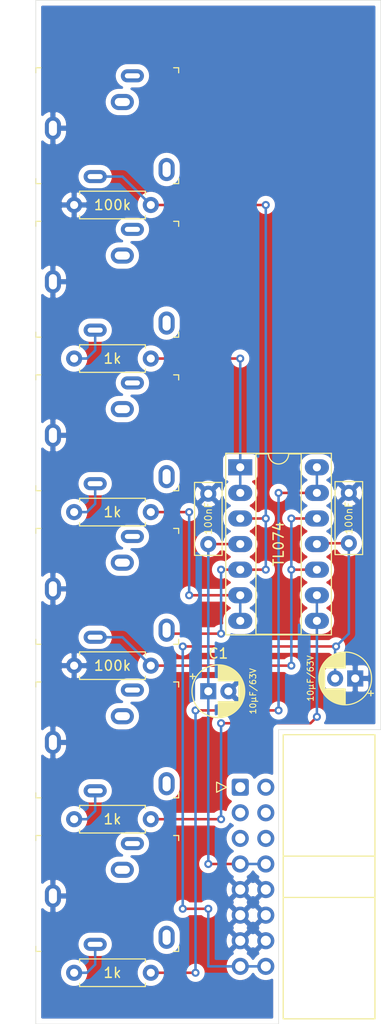
<source format=kicad_pcb>
(kicad_pcb (version 20171130) (host pcbnew "(5.1.9)-1")
  (layers (0 F.Cu signal) (31 B.Cu signal) (34 B.Paste user) (35 F.Paste user) (36 B.SilkS user) (37 F.SilkS user) (38 B.Mask user) (39 F.Mask user) (44 Edge.Cuts user))
  (net 0 "")
  (net 1 GND)
  (net 2 +12V)
  (net 3 -12V)
  (net 4 "Net-(J1-PadT)")
  (net 5 "Net-(J3-PadT)")
  (net 6 "Net-(J4-PadT)")
  (net 7 "Net-(J5-PadT)")
  (net 8 "Net-(J6-PadT)")
  (net 9 "Net-(R2-Pad2)")
  (net 10 "Net-(R3-Pad2)")
  (net 11 "Net-(R4-Pad2)")
  (net 12 "Net-(R5-Pad2)")
  (net 13 "Net-(J7-PadT)")
  (module Connector_Audio_PJSeries:PJ-324M-3 (layer F.Cu) (at 0 58.42)
    (fp_text reference J7)
    (fp_text value "In 2")
    (fp_line (start 0 5.5) (end 0.5 5.5) (layer F.SilkS) (width 0.12))
    (fp_line (start 0 5.5) (end 0 5) (layer F.SilkS) (width 0.12))
    (fp_line (start 14.2 5.5) (end 13.7 5.5) (layer F.SilkS) (width 0.12))
    (fp_line (start 14.2 5.5) (end 14.2 5) (layer F.SilkS) (width 0.12))
    (fp_line (start 14.2 -6) (end 13.7 -6) (layer F.SilkS) (width 0.12))
    (fp_line (start 14.2 -6) (end 14.2 -5.5) (layer F.SilkS) (width 0.12))
    (fp_line (start 0 -6) (end 0.5 -6) (layer F.SilkS) (width 0.12))
    (fp_line (start 0 -6) (end 0 -5.5) (layer F.SilkS) (width 0.12))
    (pad T thru_hole oval (at 5.9 4.8 90) (size 1.3 2.3) (drill oval 0.5 1.5) (layers *.Cu *.Mask) (net 13 "Net-(J7-PadT)"))
    (pad "" thru_hole oval (at 9.6 -5.2 90) (size 1.3 2.3) (drill oval 0.5 1.5) (layers *.Cu *.Mask))
    (pad "" thru_hole oval (at 8.6 -2.6 90) (size 1.6 2.3) (drill oval 0.8 1.5) (layers *.Cu *.Mask))
    (pad TN thru_hole oval (at 13 4.1) (size 1.6 2.3) (drill oval 0.8 1.5) (layers *.Cu *.Mask) (net 4 "Net-(J1-PadT)"))
    (pad S thru_hole oval (at 1.7 0) (size 1.6 2.3) (drill oval 0.8 1.5) (layers *.Cu *.Mask) (net 1 GND))
  )
  (module Connector_Audio_PJSeries:PJ-324M-3 (layer F.Cu) (at 0 88.9)
    (fp_text reference J6)
    (fp_text value "Out 4")
    (fp_line (start 0 5.5) (end 0.5 5.5) (layer F.SilkS) (width 0.12))
    (fp_line (start 0 5.5) (end 0 5) (layer F.SilkS) (width 0.12))
    (fp_line (start 14.2 5.5) (end 13.7 5.5) (layer F.SilkS) (width 0.12))
    (fp_line (start 14.2 5.5) (end 14.2 5) (layer F.SilkS) (width 0.12))
    (fp_line (start 14.2 -6) (end 13.7 -6) (layer F.SilkS) (width 0.12))
    (fp_line (start 14.2 -6) (end 14.2 -5.5) (layer F.SilkS) (width 0.12))
    (fp_line (start 0 -6) (end 0.5 -6) (layer F.SilkS) (width 0.12))
    (fp_line (start 0 -6) (end 0 -5.5) (layer F.SilkS) (width 0.12))
    (pad T thru_hole oval (at 5.9 4.8 90) (size 1.3 2.3) (drill oval 0.5 1.5) (layers *.Cu *.Mask) (net 8 "Net-(J6-PadT)"))
    (pad "" thru_hole oval (at 9.6 -5.2 90) (size 1.3 2.3) (drill oval 0.5 1.5) (layers *.Cu *.Mask))
    (pad "" thru_hole oval (at 8.6 -2.6 90) (size 1.6 2.3) (drill oval 0.8 1.5) (layers *.Cu *.Mask))
    (pad TN thru_hole oval (at 13 4.1) (size 1.6 2.3) (drill oval 0.8 1.5) (layers *.Cu *.Mask))
    (pad S thru_hole oval (at 1.7 0) (size 1.6 2.3) (drill oval 0.8 1.5) (layers *.Cu *.Mask) (net 1 GND))
  )
  (module Connector_Audio_PJSeries:PJ-324M-3 (layer F.Cu) (at 0 73.66)
    (fp_text reference J5)
    (fp_text value "Out 3")
    (fp_line (start 0 5.5) (end 0.5 5.5) (layer F.SilkS) (width 0.12))
    (fp_line (start 0 5.5) (end 0 5) (layer F.SilkS) (width 0.12))
    (fp_line (start 14.2 5.5) (end 13.7 5.5) (layer F.SilkS) (width 0.12))
    (fp_line (start 14.2 5.5) (end 14.2 5) (layer F.SilkS) (width 0.12))
    (fp_line (start 14.2 -6) (end 13.7 -6) (layer F.SilkS) (width 0.12))
    (fp_line (start 14.2 -6) (end 14.2 -5.5) (layer F.SilkS) (width 0.12))
    (fp_line (start 0 -6) (end 0.5 -6) (layer F.SilkS) (width 0.12))
    (fp_line (start 0 -6) (end 0 -5.5) (layer F.SilkS) (width 0.12))
    (pad T thru_hole oval (at 5.9 4.8 90) (size 1.3 2.3) (drill oval 0.5 1.5) (layers *.Cu *.Mask) (net 7 "Net-(J5-PadT)"))
    (pad "" thru_hole oval (at 9.6 -5.2 90) (size 1.3 2.3) (drill oval 0.5 1.5) (layers *.Cu *.Mask))
    (pad "" thru_hole oval (at 8.6 -2.6 90) (size 1.6 2.3) (drill oval 0.8 1.5) (layers *.Cu *.Mask))
    (pad TN thru_hole oval (at 13 4.1) (size 1.6 2.3) (drill oval 0.8 1.5) (layers *.Cu *.Mask))
    (pad S thru_hole oval (at 1.7 0) (size 1.6 2.3) (drill oval 0.8 1.5) (layers *.Cu *.Mask) (net 1 GND))
  )
  (module Connector_Audio_PJSeries:PJ-324M-3 (layer F.Cu) (at 0 43.18)
    (fp_text reference J4)
    (fp_text value "Out 2")
    (fp_line (start 0 5.5) (end 0.5 5.5) (layer F.SilkS) (width 0.12))
    (fp_line (start 0 5.5) (end 0 5) (layer F.SilkS) (width 0.12))
    (fp_line (start 14.2 5.5) (end 13.7 5.5) (layer F.SilkS) (width 0.12))
    (fp_line (start 14.2 5.5) (end 14.2 5) (layer F.SilkS) (width 0.12))
    (fp_line (start 14.2 -6) (end 13.7 -6) (layer F.SilkS) (width 0.12))
    (fp_line (start 14.2 -6) (end 14.2 -5.5) (layer F.SilkS) (width 0.12))
    (fp_line (start 0 -6) (end 0.5 -6) (layer F.SilkS) (width 0.12))
    (fp_line (start 0 -6) (end 0 -5.5) (layer F.SilkS) (width 0.12))
    (pad T thru_hole oval (at 5.9 4.8 90) (size 1.3 2.3) (drill oval 0.5 1.5) (layers *.Cu *.Mask) (net 6 "Net-(J4-PadT)"))
    (pad "" thru_hole oval (at 9.6 -5.2 90) (size 1.3 2.3) (drill oval 0.5 1.5) (layers *.Cu *.Mask))
    (pad "" thru_hole oval (at 8.6 -2.6 90) (size 1.6 2.3) (drill oval 0.8 1.5) (layers *.Cu *.Mask))
    (pad TN thru_hole oval (at 13 4.1) (size 1.6 2.3) (drill oval 0.8 1.5) (layers *.Cu *.Mask))
    (pad S thru_hole oval (at 1.7 0) (size 1.6 2.3) (drill oval 0.8 1.5) (layers *.Cu *.Mask) (net 1 GND))
  )
  (module Connector_Audio_PJSeries:PJ-324M-3 (layer F.Cu) (at 0 27.94)
    (fp_text reference J3)
    (fp_text value "Out 1")
    (fp_line (start 0 5.5) (end 0.5 5.5) (layer F.SilkS) (width 0.12))
    (fp_line (start 0 5.5) (end 0 5) (layer F.SilkS) (width 0.12))
    (fp_line (start 14.2 5.5) (end 13.7 5.5) (layer F.SilkS) (width 0.12))
    (fp_line (start 14.2 5.5) (end 14.2 5) (layer F.SilkS) (width 0.12))
    (fp_line (start 14.2 -6) (end 13.7 -6) (layer F.SilkS) (width 0.12))
    (fp_line (start 14.2 -6) (end 14.2 -5.5) (layer F.SilkS) (width 0.12))
    (fp_line (start 0 -6) (end 0.5 -6) (layer F.SilkS) (width 0.12))
    (fp_line (start 0 -6) (end 0 -5.5) (layer F.SilkS) (width 0.12))
    (pad T thru_hole oval (at 5.9 4.8 90) (size 1.3 2.3) (drill oval 0.5 1.5) (layers *.Cu *.Mask) (net 5 "Net-(J3-PadT)"))
    (pad "" thru_hole oval (at 9.6 -5.2 90) (size 1.3 2.3) (drill oval 0.5 1.5) (layers *.Cu *.Mask))
    (pad "" thru_hole oval (at 8.6 -2.6 90) (size 1.6 2.3) (drill oval 0.8 1.5) (layers *.Cu *.Mask))
    (pad TN thru_hole oval (at 13 4.1) (size 1.6 2.3) (drill oval 0.8 1.5) (layers *.Cu *.Mask))
    (pad S thru_hole oval (at 1.7 0) (size 1.6 2.3) (drill oval 0.8 1.5) (layers *.Cu *.Mask) (net 1 GND))
  )
  (module Connector_Audio_PJSeries:PJ-324M-3 (layer F.Cu) (at 0 12.7)
    (fp_text reference J1)
    (fp_text value "In 1")
    (fp_line (start 0 5.5) (end 0.5 5.5) (layer F.SilkS) (width 0.12))
    (fp_line (start 0 5.5) (end 0 5) (layer F.SilkS) (width 0.12))
    (fp_line (start 14.2 5.5) (end 13.7 5.5) (layer F.SilkS) (width 0.12))
    (fp_line (start 14.2 5.5) (end 14.2 5) (layer F.SilkS) (width 0.12))
    (fp_line (start 14.2 -6) (end 13.7 -6) (layer F.SilkS) (width 0.12))
    (fp_line (start 14.2 -6) (end 14.2 -5.5) (layer F.SilkS) (width 0.12))
    (fp_line (start 0 -6) (end 0.5 -6) (layer F.SilkS) (width 0.12))
    (fp_line (start 0 -6) (end 0 -5.5) (layer F.SilkS) (width 0.12))
    (pad T thru_hole oval (at 5.9 4.8 90) (size 1.3 2.3) (drill oval 0.5 1.5) (layers *.Cu *.Mask) (net 4 "Net-(J1-PadT)"))
    (pad "" thru_hole oval (at 9.6 -5.2 90) (size 1.3 2.3) (drill oval 0.5 1.5) (layers *.Cu *.Mask))
    (pad "" thru_hole oval (at 8.6 -2.6 90) (size 1.6 2.3) (drill oval 0.8 1.5) (layers *.Cu *.Mask))
    (pad TN thru_hole oval (at 13 4.1) (size 1.6 2.3) (drill oval 0.8 1.5) (layers *.Cu *.Mask))
    (pad S thru_hole oval (at 1.7 0) (size 1.6 2.3) (drill oval 0.8 1.5) (layers *.Cu *.Mask) (net 1 GND))
  )
  (module Resistor_THT:R_Axial_DIN0207_L6.3mm_D2.5mm_P7.62mm_Horizontal (layer F.Cu) (at 11.43 66.04 180)
    (fp_text reference R6)
    (fp_text value 100k (at 3.81 0) (layer F.SilkS))
    (fp_line (start 0.54 -1.04) (end 0.54 -1.37) (layer F.SilkS) (width 0.12))
    (fp_line (start 0.54 -1.37) (end 7.08 -1.37) (layer F.SilkS) (width 0.12))
    (fp_line (start 7.08 -1.37) (end 7.08 -1.04) (layer F.SilkS) (width 0.12))
    (fp_line (start 0.54 1.04) (end 0.54 1.37) (layer F.SilkS) (width 0.12))
    (fp_line (start 0.54 1.37) (end 7.08 1.37) (layer F.SilkS) (width 0.12))
    (fp_line (start 7.08 1.37) (end 7.08 1.04) (layer F.SilkS) (width 0.12))
    (pad 2 thru_hole oval (at 7.62 0 180) (size 1.6 1.6) (drill 0.8) (layers *.Cu *.Mask) (net 1 GND))
    (pad 1 thru_hole circle (at 0 0 180) (size 1.6 1.6) (drill 0.8) (layers *.Cu *.Mask) (net 13 "Net-(J7-PadT)"))
  )
  (module Resistor_THT:R_Axial_DIN0207_L6.3mm_D2.5mm_P7.62mm_Horizontal (layer F.Cu) (at 3.81 35.56)
    (fp_text reference R2)
    (fp_text value 1k (at 3.81 0) (layer F.SilkS))
    (fp_line (start 7.08 1.37) (end 7.08 1.04) (layer F.SilkS) (width 0.12))
    (fp_line (start 0.54 1.37) (end 7.08 1.37) (layer F.SilkS) (width 0.12))
    (fp_line (start 0.54 1.04) (end 0.54 1.37) (layer F.SilkS) (width 0.12))
    (fp_line (start 7.08 -1.37) (end 7.08 -1.04) (layer F.SilkS) (width 0.12))
    (fp_line (start 0.54 -1.37) (end 7.08 -1.37) (layer F.SilkS) (width 0.12))
    (fp_line (start 0.54 -1.04) (end 0.54 -1.37) (layer F.SilkS) (width 0.12))
    (pad 2 thru_hole oval (at 7.62 0) (size 1.6 1.6) (drill 0.8) (layers *.Cu *.Mask) (net 9 "Net-(R2-Pad2)"))
    (pad 1 thru_hole circle (at 0 0) (size 1.6 1.6) (drill 0.8) (layers *.Cu *.Mask) (net 5 "Net-(J3-PadT)"))
  )
  (module Package_DIP:DIP-14_W7.62mm_Socket_LongPads (layer F.Cu) (at 20.32 46.355)
    (fp_text reference U1)
    (fp_text value TL074 (at 3.81 7.62 90) (layer F.SilkS))
    (fp_line (start 9.06 -1.39) (end -1.44 -1.39) (layer F.SilkS) (width 0.12))
    (fp_line (start 9.06 16.63) (end 9.06 -1.39) (layer F.SilkS) (width 0.12))
    (fp_line (start -1.44 16.63) (end 9.06 16.63) (layer F.SilkS) (width 0.12))
    (fp_line (start -1.44 -1.39) (end -1.44 16.63) (layer F.SilkS) (width 0.12))
    (fp_line (start 6.06 -1.33) (end 4.81 -1.33) (layer F.SilkS) (width 0.12))
    (fp_line (start 6.06 16.57) (end 6.06 -1.33) (layer F.SilkS) (width 0.12))
    (fp_line (start 1.56 16.57) (end 6.06 16.57) (layer F.SilkS) (width 0.12))
    (fp_line (start 1.56 -1.33) (end 1.56 16.57) (layer F.SilkS) (width 0.12))
    (fp_line (start 2.81 -1.33) (end 1.56 -1.33) (layer F.SilkS) (width 0.12))
    (fp_arc (start 3.81 -1.33) (end 2.81 -1.33) (angle -180) (layer F.SilkS) (width 0.12))
    (pad 14 thru_hole oval (at 7.62 0) (size 2.4 1.6) (drill 0.8) (layers *.Cu *.Mask) (net 12 "Net-(R5-Pad2)"))
    (pad 7 thru_hole oval (at 0 15.24) (size 2.4 1.6) (drill 0.8) (layers *.Cu *.Mask) (net 10 "Net-(R3-Pad2)"))
    (pad 13 thru_hole oval (at 7.62 2.54) (size 2.4 1.6) (drill 0.8) (layers *.Cu *.Mask) (net 12 "Net-(R5-Pad2)"))
    (pad 6 thru_hole oval (at 0 12.7) (size 2.4 1.6) (drill 0.8) (layers *.Cu *.Mask) (net 10 "Net-(R3-Pad2)"))
    (pad 12 thru_hole oval (at 7.62 5.08) (size 2.4 1.6) (drill 0.8) (layers *.Cu *.Mask) (net 13 "Net-(J7-PadT)"))
    (pad 5 thru_hole oval (at 0 10.16) (size 2.4 1.6) (drill 0.8) (layers *.Cu *.Mask) (net 4 "Net-(J1-PadT)"))
    (pad 11 thru_hole oval (at 7.62 7.62) (size 2.4 1.6) (drill 0.8) (layers *.Cu *.Mask) (net 3 -12V))
    (pad 4 thru_hole oval (at 0 7.62) (size 2.4 1.6) (drill 0.8) (layers *.Cu *.Mask) (net 2 +12V))
    (pad 10 thru_hole oval (at 7.62 10.16) (size 2.4 1.6) (drill 0.8) (layers *.Cu *.Mask) (net 13 "Net-(J7-PadT)"))
    (pad 3 thru_hole oval (at 0 5.08) (size 2.4 1.6) (drill 0.8) (layers *.Cu *.Mask) (net 4 "Net-(J1-PadT)"))
    (pad 9 thru_hole oval (at 7.62 12.7) (size 2.4 1.6) (drill 0.8) (layers *.Cu *.Mask) (net 11 "Net-(R4-Pad2)"))
    (pad 2 thru_hole oval (at 0 2.54) (size 2.4 1.6) (drill 0.8) (layers *.Cu *.Mask) (net 9 "Net-(R2-Pad2)"))
    (pad 8 thru_hole oval (at 7.62 15.24) (size 2.4 1.6) (drill 0.8) (layers *.Cu *.Mask) (net 11 "Net-(R4-Pad2)"))
    (pad 1 thru_hole rect (at 0 0) (size 2.4 1.6) (drill 0.8) (layers *.Cu *.Mask) (net 9 "Net-(R2-Pad2)"))
  )
  (module Resistor_THT:R_Axial_DIN0207_L6.3mm_D2.5mm_P7.62mm_Horizontal (layer F.Cu) (at 3.81 96.52)
    (fp_text reference R5)
    (fp_text value 1k (at 3.81 0) (layer F.SilkS))
    (fp_line (start 7.08 1.37) (end 7.08 1.04) (layer F.SilkS) (width 0.12))
    (fp_line (start 0.54 1.37) (end 7.08 1.37) (layer F.SilkS) (width 0.12))
    (fp_line (start 0.54 1.04) (end 0.54 1.37) (layer F.SilkS) (width 0.12))
    (fp_line (start 7.08 -1.37) (end 7.08 -1.04) (layer F.SilkS) (width 0.12))
    (fp_line (start 0.54 -1.37) (end 7.08 -1.37) (layer F.SilkS) (width 0.12))
    (fp_line (start 0.54 -1.04) (end 0.54 -1.37) (layer F.SilkS) (width 0.12))
    (pad 2 thru_hole oval (at 7.62 0) (size 1.6 1.6) (drill 0.8) (layers *.Cu *.Mask) (net 12 "Net-(R5-Pad2)"))
    (pad 1 thru_hole circle (at 0 0) (size 1.6 1.6) (drill 0.8) (layers *.Cu *.Mask) (net 8 "Net-(J6-PadT)"))
  )
  (module Resistor_THT:R_Axial_DIN0207_L6.3mm_D2.5mm_P7.62mm_Horizontal (layer F.Cu) (at 3.81 81.28)
    (fp_text reference R4)
    (fp_text value 1k (at 3.81 0) (layer F.SilkS))
    (fp_line (start 7.08 1.37) (end 7.08 1.04) (layer F.SilkS) (width 0.12))
    (fp_line (start 0.54 1.37) (end 7.08 1.37) (layer F.SilkS) (width 0.12))
    (fp_line (start 0.54 1.04) (end 0.54 1.37) (layer F.SilkS) (width 0.12))
    (fp_line (start 7.08 -1.37) (end 7.08 -1.04) (layer F.SilkS) (width 0.12))
    (fp_line (start 0.54 -1.37) (end 7.08 -1.37) (layer F.SilkS) (width 0.12))
    (fp_line (start 0.54 -1.04) (end 0.54 -1.37) (layer F.SilkS) (width 0.12))
    (pad 2 thru_hole oval (at 7.62 0) (size 1.6 1.6) (drill 0.8) (layers *.Cu *.Mask) (net 11 "Net-(R4-Pad2)"))
    (pad 1 thru_hole circle (at 0 0) (size 1.6 1.6) (drill 0.8) (layers *.Cu *.Mask) (net 7 "Net-(J5-PadT)"))
  )
  (module Resistor_THT:R_Axial_DIN0207_L6.3mm_D2.5mm_P7.62mm_Horizontal (layer F.Cu) (at 3.81 50.8)
    (fp_text reference R3)
    (fp_text value 1k (at 3.81 0) (layer F.SilkS))
    (fp_line (start 7.08 1.37) (end 7.08 1.04) (layer F.SilkS) (width 0.12))
    (fp_line (start 0.54 1.37) (end 7.08 1.37) (layer F.SilkS) (width 0.12))
    (fp_line (start 0.54 1.04) (end 0.54 1.37) (layer F.SilkS) (width 0.12))
    (fp_line (start 7.08 -1.37) (end 7.08 -1.04) (layer F.SilkS) (width 0.12))
    (fp_line (start 0.54 -1.37) (end 7.08 -1.37) (layer F.SilkS) (width 0.12))
    (fp_line (start 0.54 -1.04) (end 0.54 -1.37) (layer F.SilkS) (width 0.12))
    (pad 2 thru_hole oval (at 7.62 0) (size 1.6 1.6) (drill 0.8) (layers *.Cu *.Mask) (net 10 "Net-(R3-Pad2)"))
    (pad 1 thru_hole circle (at 0 0) (size 1.6 1.6) (drill 0.8) (layers *.Cu *.Mask) (net 6 "Net-(J4-PadT)"))
  )
  (module Resistor_THT:R_Axial_DIN0207_L6.3mm_D2.5mm_P7.62mm_Horizontal (layer F.Cu) (at 11.43 20.32 180)
    (fp_text reference R1)
    (fp_text value 100k (at 3.81 0) (layer F.SilkS))
    (fp_line (start 7.08 1.37) (end 7.08 1.04) (layer F.SilkS) (width 0.12))
    (fp_line (start 0.54 1.37) (end 7.08 1.37) (layer F.SilkS) (width 0.12))
    (fp_line (start 0.54 1.04) (end 0.54 1.37) (layer F.SilkS) (width 0.12))
    (fp_line (start 7.08 -1.37) (end 7.08 -1.04) (layer F.SilkS) (width 0.12))
    (fp_line (start 0.54 -1.37) (end 7.08 -1.37) (layer F.SilkS) (width 0.12))
    (fp_line (start 0.54 -1.04) (end 0.54 -1.37) (layer F.SilkS) (width 0.12))
    (pad 2 thru_hole oval (at 7.62 0 180) (size 1.6 1.6) (drill 0.8) (layers *.Cu *.Mask) (net 1 GND))
    (pad 1 thru_hole circle (at 0 0 180) (size 1.6 1.6) (drill 0.8) (layers *.Cu *.Mask) (net 4 "Net-(J1-PadT)"))
  )
  (module Connector_IDC:IDC-Header_2x08_P2.54mm_Horizontal (layer F.Cu) (at 20.32 78.105)
    (fp_text reference J2)
    (fp_text value Power)
    (fp_line (start -2.35 0.5) (end -1.35 0) (layer F.SilkS) (width 0.12))
    (fp_line (start -2.35 -0.5) (end -2.35 0.5) (layer F.SilkS) (width 0.12))
    (fp_line (start -1.35 0) (end -2.35 -0.5) (layer F.SilkS) (width 0.12))
    (fp_line (start 4.27 22.99) (end 4.27 -5.21) (layer F.SilkS) (width 0.12))
    (fp_line (start 13.39 22.99) (end 4.27 22.99) (layer F.SilkS) (width 0.12))
    (fp_line (start 13.39 -5.21) (end 13.39 22.99) (layer F.SilkS) (width 0.12))
    (fp_line (start 4.27 -5.21) (end 13.39 -5.21) (layer F.SilkS) (width 0.12))
    (fp_line (start 4.27 10.94) (end 13.39 10.94) (layer F.SilkS) (width 0.12))
    (fp_line (start 4.27 6.84) (end 13.39 6.84) (layer F.SilkS) (width 0.12))
    (pad 16 thru_hole circle (at 2.54 17.78) (size 1.7 1.7) (drill 1) (layers *.Cu *.Mask) (net 3 -12V))
    (pad 14 thru_hole circle (at 2.54 15.24) (size 1.7 1.7) (drill 1) (layers *.Cu *.Mask) (net 1 GND))
    (pad 12 thru_hole circle (at 2.54 12.7) (size 1.7 1.7) (drill 1) (layers *.Cu *.Mask) (net 1 GND))
    (pad 10 thru_hole circle (at 2.54 10.16) (size 1.7 1.7) (drill 1) (layers *.Cu *.Mask) (net 1 GND))
    (pad 8 thru_hole circle (at 2.54 7.62) (size 1.7 1.7) (drill 1) (layers *.Cu *.Mask) (net 2 +12V))
    (pad 6 thru_hole circle (at 2.54 5.08) (size 1.7 1.7) (drill 1) (layers *.Cu *.Mask))
    (pad 4 thru_hole circle (at 2.54 2.54) (size 1.7 1.7) (drill 1) (layers *.Cu *.Mask))
    (pad 2 thru_hole circle (at 2.54 0) (size 1.7 1.7) (drill 1) (layers *.Cu *.Mask))
    (pad 15 thru_hole circle (at 0 17.78) (size 1.7 1.7) (drill 1) (layers *.Cu *.Mask) (net 3 -12V))
    (pad 13 thru_hole circle (at 0 15.24) (size 1.7 1.7) (drill 1) (layers *.Cu *.Mask) (net 1 GND))
    (pad 11 thru_hole circle (at 0 12.7) (size 1.7 1.7) (drill 1) (layers *.Cu *.Mask) (net 1 GND))
    (pad 9 thru_hole circle (at 0 10.16) (size 1.7 1.7) (drill 1) (layers *.Cu *.Mask) (net 1 GND))
    (pad 7 thru_hole circle (at 0 7.62) (size 1.7 1.7) (drill 1) (layers *.Cu *.Mask) (net 2 +12V))
    (pad 5 thru_hole circle (at 0 5.08) (size 1.7 1.7) (drill 1) (layers *.Cu *.Mask))
    (pad 3 thru_hole circle (at 0 2.54) (size 1.7 1.7) (drill 1) (layers *.Cu *.Mask))
    (pad 1 thru_hole roundrect (at 0 0) (size 1.7 1.7) (drill 1) (layers *.Cu *.Mask) (roundrect_rratio 0.1470588235294118))
  )
  (module Capacitor_THT:C_Rect_L7.0mm_W2.5mm_P5.00mm (layer F.Cu) (at 31.115 48.895 270)
    (fp_text reference C4)
    (fp_text value 100nF (at 2.5 0 90) (layer F.SilkS) (effects (font (size 0.7 0.7) (thickness 0.1))))
    (fp_line (start 6.12 -1.37) (end 6.12 1.37) (layer F.SilkS) (width 0.12))
    (fp_line (start -1.12 -1.37) (end -1.12 1.37) (layer F.SilkS) (width 0.12))
    (fp_line (start -1.12 1.37) (end 6.12 1.37) (layer F.SilkS) (width 0.12))
    (fp_line (start -1.12 -1.37) (end 6.12 -1.37) (layer F.SilkS) (width 0.12))
    (pad 2 thru_hole circle (at 5 0 270) (size 1.6 1.6) (drill 0.8) (layers *.Cu *.Mask) (net 3 -12V))
    (pad 1 thru_hole circle (at 0 0 270) (size 1.6 1.6) (drill 0.8) (layers *.Cu *.Mask) (net 1 GND))
  )
  (module Capacitor_THT:C_Rect_L7.0mm_W2.5mm_P5.00mm (layer F.Cu) (at 17.145 53.975 90)
    (fp_text reference C3)
    (fp_text value 100nF (at 2.54 0 90) (layer F.SilkS) (effects (font (size 0.7 0.7) (thickness 0.1))))
    (fp_line (start 6.12 -1.37) (end 6.12 1.37) (layer F.SilkS) (width 0.12))
    (fp_line (start -1.12 -1.37) (end -1.12 1.37) (layer F.SilkS) (width 0.12))
    (fp_line (start -1.12 1.37) (end 6.12 1.37) (layer F.SilkS) (width 0.12))
    (fp_line (start -1.12 -1.37) (end 6.12 -1.37) (layer F.SilkS) (width 0.12))
    (pad 2 thru_hole circle (at 5 0 90) (size 1.6 1.6) (drill 0.8) (layers *.Cu *.Mask) (net 1 GND))
    (pad 1 thru_hole circle (at 0 0 90) (size 1.6 1.6) (drill 0.8) (layers *.Cu *.Mask) (net 2 +12V))
  )
  (module Capacitor_THT:CP_Radial_D5.0mm_P2.00mm (layer F.Cu) (at 31.75 67.31 180)
    (fp_text reference C2)
    (fp_text value 10µF/63V (at 4.445 0 90) (layer F.SilkS) (effects (font (size 0.6 0.6) (thickness 0.1))))
    (fp_line (start -1.554775 -1.725) (end -1.554775 -1.225) (layer F.SilkS) (width 0.12))
    (fp_line (start -1.804775 -1.475) (end -1.304775 -1.475) (layer F.SilkS) (width 0.12))
    (fp_line (start 3.601 -0.284) (end 3.601 0.284) (layer F.SilkS) (width 0.12))
    (fp_line (start 3.561 -0.518) (end 3.561 0.518) (layer F.SilkS) (width 0.12))
    (fp_line (start 3.521 -0.677) (end 3.521 0.677) (layer F.SilkS) (width 0.12))
    (fp_line (start 3.481 -0.805) (end 3.481 0.805) (layer F.SilkS) (width 0.12))
    (fp_line (start 3.441 -0.915) (end 3.441 0.915) (layer F.SilkS) (width 0.12))
    (fp_line (start 3.401 -1.011) (end 3.401 1.011) (layer F.SilkS) (width 0.12))
    (fp_line (start 3.361 -1.098) (end 3.361 1.098) (layer F.SilkS) (width 0.12))
    (fp_line (start 3.321 -1.178) (end 3.321 1.178) (layer F.SilkS) (width 0.12))
    (fp_line (start 3.281 -1.251) (end 3.281 1.251) (layer F.SilkS) (width 0.12))
    (fp_line (start 3.241 -1.319) (end 3.241 1.319) (layer F.SilkS) (width 0.12))
    (fp_line (start 3.201 -1.383) (end 3.201 1.383) (layer F.SilkS) (width 0.12))
    (fp_line (start 3.161 -1.443) (end 3.161 1.443) (layer F.SilkS) (width 0.12))
    (fp_line (start 3.121 -1.5) (end 3.121 1.5) (layer F.SilkS) (width 0.12))
    (fp_line (start 3.081 -1.554) (end 3.081 1.554) (layer F.SilkS) (width 0.12))
    (fp_line (start 3.041 -1.605) (end 3.041 1.605) (layer F.SilkS) (width 0.12))
    (fp_line (start 3.001 1.04) (end 3.001 1.653) (layer F.SilkS) (width 0.12))
    (fp_line (start 3.001 -1.653) (end 3.001 -1.04) (layer F.SilkS) (width 0.12))
    (fp_line (start 2.961 1.04) (end 2.961 1.699) (layer F.SilkS) (width 0.12))
    (fp_line (start 2.961 -1.699) (end 2.961 -1.04) (layer F.SilkS) (width 0.12))
    (fp_line (start 2.921 1.04) (end 2.921 1.743) (layer F.SilkS) (width 0.12))
    (fp_line (start 2.921 -1.743) (end 2.921 -1.04) (layer F.SilkS) (width 0.12))
    (fp_line (start 2.881 1.04) (end 2.881 1.785) (layer F.SilkS) (width 0.12))
    (fp_line (start 2.881 -1.785) (end 2.881 -1.04) (layer F.SilkS) (width 0.12))
    (fp_line (start 2.841 1.04) (end 2.841 1.826) (layer F.SilkS) (width 0.12))
    (fp_line (start 2.841 -1.826) (end 2.841 -1.04) (layer F.SilkS) (width 0.12))
    (fp_line (start 2.801 1.04) (end 2.801 1.864) (layer F.SilkS) (width 0.12))
    (fp_line (start 2.801 -1.864) (end 2.801 -1.04) (layer F.SilkS) (width 0.12))
    (fp_line (start 2.761 1.04) (end 2.761 1.901) (layer F.SilkS) (width 0.12))
    (fp_line (start 2.761 -1.901) (end 2.761 -1.04) (layer F.SilkS) (width 0.12))
    (fp_line (start 2.721 1.04) (end 2.721 1.937) (layer F.SilkS) (width 0.12))
    (fp_line (start 2.721 -1.937) (end 2.721 -1.04) (layer F.SilkS) (width 0.12))
    (fp_line (start 2.681 1.04) (end 2.681 1.971) (layer F.SilkS) (width 0.12))
    (fp_line (start 2.681 -1.971) (end 2.681 -1.04) (layer F.SilkS) (width 0.12))
    (fp_line (start 2.641 1.04) (end 2.641 2.004) (layer F.SilkS) (width 0.12))
    (fp_line (start 2.641 -2.004) (end 2.641 -1.04) (layer F.SilkS) (width 0.12))
    (fp_line (start 2.601 1.04) (end 2.601 2.035) (layer F.SilkS) (width 0.12))
    (fp_line (start 2.601 -2.035) (end 2.601 -1.04) (layer F.SilkS) (width 0.12))
    (fp_line (start 2.561 1.04) (end 2.561 2.065) (layer F.SilkS) (width 0.12))
    (fp_line (start 2.561 -2.065) (end 2.561 -1.04) (layer F.SilkS) (width 0.12))
    (fp_line (start 2.521 1.04) (end 2.521 2.095) (layer F.SilkS) (width 0.12))
    (fp_line (start 2.521 -2.095) (end 2.521 -1.04) (layer F.SilkS) (width 0.12))
    (fp_line (start 2.481 1.04) (end 2.481 2.122) (layer F.SilkS) (width 0.12))
    (fp_line (start 2.481 -2.122) (end 2.481 -1.04) (layer F.SilkS) (width 0.12))
    (fp_line (start 2.441 1.04) (end 2.441 2.149) (layer F.SilkS) (width 0.12))
    (fp_line (start 2.441 -2.149) (end 2.441 -1.04) (layer F.SilkS) (width 0.12))
    (fp_line (start 2.401 1.04) (end 2.401 2.175) (layer F.SilkS) (width 0.12))
    (fp_line (start 2.401 -2.175) (end 2.401 -1.04) (layer F.SilkS) (width 0.12))
    (fp_line (start 2.361 1.04) (end 2.361 2.2) (layer F.SilkS) (width 0.12))
    (fp_line (start 2.361 -2.2) (end 2.361 -1.04) (layer F.SilkS) (width 0.12))
    (fp_line (start 2.321 1.04) (end 2.321 2.224) (layer F.SilkS) (width 0.12))
    (fp_line (start 2.321 -2.224) (end 2.321 -1.04) (layer F.SilkS) (width 0.12))
    (fp_line (start 2.281 1.04) (end 2.281 2.247) (layer F.SilkS) (width 0.12))
    (fp_line (start 2.281 -2.247) (end 2.281 -1.04) (layer F.SilkS) (width 0.12))
    (fp_line (start 2.241 1.04) (end 2.241 2.268) (layer F.SilkS) (width 0.12))
    (fp_line (start 2.241 -2.268) (end 2.241 -1.04) (layer F.SilkS) (width 0.12))
    (fp_line (start 2.201 1.04) (end 2.201 2.29) (layer F.SilkS) (width 0.12))
    (fp_line (start 2.201 -2.29) (end 2.201 -1.04) (layer F.SilkS) (width 0.12))
    (fp_line (start 2.161 1.04) (end 2.161 2.31) (layer F.SilkS) (width 0.12))
    (fp_line (start 2.161 -2.31) (end 2.161 -1.04) (layer F.SilkS) (width 0.12))
    (fp_line (start 2.121 1.04) (end 2.121 2.329) (layer F.SilkS) (width 0.12))
    (fp_line (start 2.121 -2.329) (end 2.121 -1.04) (layer F.SilkS) (width 0.12))
    (fp_line (start 2.081 1.04) (end 2.081 2.348) (layer F.SilkS) (width 0.12))
    (fp_line (start 2.081 -2.348) (end 2.081 -1.04) (layer F.SilkS) (width 0.12))
    (fp_line (start 2.041 1.04) (end 2.041 2.365) (layer F.SilkS) (width 0.12))
    (fp_line (start 2.041 -2.365) (end 2.041 -1.04) (layer F.SilkS) (width 0.12))
    (fp_line (start 2.001 1.04) (end 2.001 2.382) (layer F.SilkS) (width 0.12))
    (fp_line (start 2.001 -2.382) (end 2.001 -1.04) (layer F.SilkS) (width 0.12))
    (fp_line (start 1.961 1.04) (end 1.961 2.398) (layer F.SilkS) (width 0.12))
    (fp_line (start 1.961 -2.398) (end 1.961 -1.04) (layer F.SilkS) (width 0.12))
    (fp_line (start 1.921 1.04) (end 1.921 2.414) (layer F.SilkS) (width 0.12))
    (fp_line (start 1.921 -2.414) (end 1.921 -1.04) (layer F.SilkS) (width 0.12))
    (fp_line (start 1.881 1.04) (end 1.881 2.428) (layer F.SilkS) (width 0.12))
    (fp_line (start 1.881 -2.428) (end 1.881 -1.04) (layer F.SilkS) (width 0.12))
    (fp_line (start 1.841 1.04) (end 1.841 2.442) (layer F.SilkS) (width 0.12))
    (fp_line (start 1.841 -2.442) (end 1.841 -1.04) (layer F.SilkS) (width 0.12))
    (fp_line (start 1.801 1.04) (end 1.801 2.455) (layer F.SilkS) (width 0.12))
    (fp_line (start 1.801 -2.455) (end 1.801 -1.04) (layer F.SilkS) (width 0.12))
    (fp_line (start 1.761 1.04) (end 1.761 2.468) (layer F.SilkS) (width 0.12))
    (fp_line (start 1.761 -2.468) (end 1.761 -1.04) (layer F.SilkS) (width 0.12))
    (fp_line (start 1.721 1.04) (end 1.721 2.48) (layer F.SilkS) (width 0.12))
    (fp_line (start 1.721 -2.48) (end 1.721 -1.04) (layer F.SilkS) (width 0.12))
    (fp_line (start 1.68 1.04) (end 1.68 2.491) (layer F.SilkS) (width 0.12))
    (fp_line (start 1.68 -2.491) (end 1.68 -1.04) (layer F.SilkS) (width 0.12))
    (fp_line (start 1.64 1.04) (end 1.64 2.501) (layer F.SilkS) (width 0.12))
    (fp_line (start 1.64 -2.501) (end 1.64 -1.04) (layer F.SilkS) (width 0.12))
    (fp_line (start 1.6 1.04) (end 1.6 2.511) (layer F.SilkS) (width 0.12))
    (fp_line (start 1.6 -2.511) (end 1.6 -1.04) (layer F.SilkS) (width 0.12))
    (fp_line (start 1.56 1.04) (end 1.56 2.52) (layer F.SilkS) (width 0.12))
    (fp_line (start 1.56 -2.52) (end 1.56 -1.04) (layer F.SilkS) (width 0.12))
    (fp_line (start 1.52 1.04) (end 1.52 2.528) (layer F.SilkS) (width 0.12))
    (fp_line (start 1.52 -2.528) (end 1.52 -1.04) (layer F.SilkS) (width 0.12))
    (fp_line (start 1.48 1.04) (end 1.48 2.536) (layer F.SilkS) (width 0.12))
    (fp_line (start 1.48 -2.536) (end 1.48 -1.04) (layer F.SilkS) (width 0.12))
    (fp_line (start 1.44 1.04) (end 1.44 2.543) (layer F.SilkS) (width 0.12))
    (fp_line (start 1.44 -2.543) (end 1.44 -1.04) (layer F.SilkS) (width 0.12))
    (fp_line (start 1.4 1.04) (end 1.4 2.55) (layer F.SilkS) (width 0.12))
    (fp_line (start 1.4 -2.55) (end 1.4 -1.04) (layer F.SilkS) (width 0.12))
    (fp_line (start 1.36 1.04) (end 1.36 2.556) (layer F.SilkS) (width 0.12))
    (fp_line (start 1.36 -2.556) (end 1.36 -1.04) (layer F.SilkS) (width 0.12))
    (fp_line (start 1.32 1.04) (end 1.32 2.561) (layer F.SilkS) (width 0.12))
    (fp_line (start 1.32 -2.561) (end 1.32 -1.04) (layer F.SilkS) (width 0.12))
    (fp_line (start 1.28 1.04) (end 1.28 2.565) (layer F.SilkS) (width 0.12))
    (fp_line (start 1.28 -2.565) (end 1.28 -1.04) (layer F.SilkS) (width 0.12))
    (fp_line (start 1.24 1.04) (end 1.24 2.569) (layer F.SilkS) (width 0.12))
    (fp_line (start 1.24 -2.569) (end 1.24 -1.04) (layer F.SilkS) (width 0.12))
    (fp_line (start 1.2 1.04) (end 1.2 2.573) (layer F.SilkS) (width 0.12))
    (fp_line (start 1.2 -2.573) (end 1.2 -1.04) (layer F.SilkS) (width 0.12))
    (fp_line (start 1.16 1.04) (end 1.16 2.576) (layer F.SilkS) (width 0.12))
    (fp_line (start 1.16 -2.576) (end 1.16 -1.04) (layer F.SilkS) (width 0.12))
    (fp_line (start 1.12 1.04) (end 1.12 2.578) (layer F.SilkS) (width 0.12))
    (fp_line (start 1.12 -2.578) (end 1.12 -1.04) (layer F.SilkS) (width 0.12))
    (fp_line (start 1.08 1.04) (end 1.08 2.579) (layer F.SilkS) (width 0.12))
    (fp_line (start 1.08 -2.579) (end 1.08 -1.04) (layer F.SilkS) (width 0.12))
    (fp_line (start 1.04 -2.58) (end 1.04 -1.04) (layer F.SilkS) (width 0.12))
    (fp_line (start 1.04 1.04) (end 1.04 2.58) (layer F.SilkS) (width 0.12))
    (fp_line (start 1 -2.58) (end 1 -1.04) (layer F.SilkS) (width 0.12))
    (fp_line (start 1 1.04) (end 1 2.58) (layer F.SilkS) (width 0.12))
    (fp_circle (center 1 0) (end 3.62 0) (layer F.SilkS) (width 0.12))
    (pad 2 thru_hole circle (at 2 0 180) (size 1.6 1.6) (drill 0.8) (layers *.Cu *.Mask) (net 3 -12V))
    (pad 1 thru_hole rect (at 0 0 180) (size 1.6 1.6) (drill 0.8) (layers *.Cu *.Mask) (net 1 GND))
  )
  (module Capacitor_THT:CP_Radial_D5.0mm_P2.00mm (layer F.Cu) (at 17.145 68.58)
    (fp_text reference C1 (at 1 -3.75) (layer F.SilkS))
    (fp_text value 10µF/63V (at 4.445 0 90) (layer F.SilkS) (effects (font (size 0.6 0.6) (thickness 0.1))))
    (fp_line (start -1.554775 -1.725) (end -1.554775 -1.225) (layer F.SilkS) (width 0.12))
    (fp_line (start -1.804775 -1.475) (end -1.304775 -1.475) (layer F.SilkS) (width 0.12))
    (fp_line (start 3.601 -0.284) (end 3.601 0.284) (layer F.SilkS) (width 0.12))
    (fp_line (start 3.561 -0.518) (end 3.561 0.518) (layer F.SilkS) (width 0.12))
    (fp_line (start 3.521 -0.677) (end 3.521 0.677) (layer F.SilkS) (width 0.12))
    (fp_line (start 3.481 -0.805) (end 3.481 0.805) (layer F.SilkS) (width 0.12))
    (fp_line (start 3.441 -0.915) (end 3.441 0.915) (layer F.SilkS) (width 0.12))
    (fp_line (start 3.401 -1.011) (end 3.401 1.011) (layer F.SilkS) (width 0.12))
    (fp_line (start 3.361 -1.098) (end 3.361 1.098) (layer F.SilkS) (width 0.12))
    (fp_line (start 3.321 -1.178) (end 3.321 1.178) (layer F.SilkS) (width 0.12))
    (fp_line (start 3.281 -1.251) (end 3.281 1.251) (layer F.SilkS) (width 0.12))
    (fp_line (start 3.241 -1.319) (end 3.241 1.319) (layer F.SilkS) (width 0.12))
    (fp_line (start 3.201 -1.383) (end 3.201 1.383) (layer F.SilkS) (width 0.12))
    (fp_line (start 3.161 -1.443) (end 3.161 1.443) (layer F.SilkS) (width 0.12))
    (fp_line (start 3.121 -1.5) (end 3.121 1.5) (layer F.SilkS) (width 0.12))
    (fp_line (start 3.081 -1.554) (end 3.081 1.554) (layer F.SilkS) (width 0.12))
    (fp_line (start 3.041 -1.605) (end 3.041 1.605) (layer F.SilkS) (width 0.12))
    (fp_line (start 3.001 1.04) (end 3.001 1.653) (layer F.SilkS) (width 0.12))
    (fp_line (start 3.001 -1.653) (end 3.001 -1.04) (layer F.SilkS) (width 0.12))
    (fp_line (start 2.961 1.04) (end 2.961 1.699) (layer F.SilkS) (width 0.12))
    (fp_line (start 2.961 -1.699) (end 2.961 -1.04) (layer F.SilkS) (width 0.12))
    (fp_line (start 2.921 1.04) (end 2.921 1.743) (layer F.SilkS) (width 0.12))
    (fp_line (start 2.921 -1.743) (end 2.921 -1.04) (layer F.SilkS) (width 0.12))
    (fp_line (start 2.881 1.04) (end 2.881 1.785) (layer F.SilkS) (width 0.12))
    (fp_line (start 2.881 -1.785) (end 2.881 -1.04) (layer F.SilkS) (width 0.12))
    (fp_line (start 2.841 1.04) (end 2.841 1.826) (layer F.SilkS) (width 0.12))
    (fp_line (start 2.841 -1.826) (end 2.841 -1.04) (layer F.SilkS) (width 0.12))
    (fp_line (start 2.801 1.04) (end 2.801 1.864) (layer F.SilkS) (width 0.12))
    (fp_line (start 2.801 -1.864) (end 2.801 -1.04) (layer F.SilkS) (width 0.12))
    (fp_line (start 2.761 1.04) (end 2.761 1.901) (layer F.SilkS) (width 0.12))
    (fp_line (start 2.761 -1.901) (end 2.761 -1.04) (layer F.SilkS) (width 0.12))
    (fp_line (start 2.721 1.04) (end 2.721 1.937) (layer F.SilkS) (width 0.12))
    (fp_line (start 2.721 -1.937) (end 2.721 -1.04) (layer F.SilkS) (width 0.12))
    (fp_line (start 2.681 1.04) (end 2.681 1.971) (layer F.SilkS) (width 0.12))
    (fp_line (start 2.681 -1.971) (end 2.681 -1.04) (layer F.SilkS) (width 0.12))
    (fp_line (start 2.641 1.04) (end 2.641 2.004) (layer F.SilkS) (width 0.12))
    (fp_line (start 2.641 -2.004) (end 2.641 -1.04) (layer F.SilkS) (width 0.12))
    (fp_line (start 2.601 1.04) (end 2.601 2.035) (layer F.SilkS) (width 0.12))
    (fp_line (start 2.601 -2.035) (end 2.601 -1.04) (layer F.SilkS) (width 0.12))
    (fp_line (start 2.561 1.04) (end 2.561 2.065) (layer F.SilkS) (width 0.12))
    (fp_line (start 2.561 -2.065) (end 2.561 -1.04) (layer F.SilkS) (width 0.12))
    (fp_line (start 2.521 1.04) (end 2.521 2.095) (layer F.SilkS) (width 0.12))
    (fp_line (start 2.521 -2.095) (end 2.521 -1.04) (layer F.SilkS) (width 0.12))
    (fp_line (start 2.481 1.04) (end 2.481 2.122) (layer F.SilkS) (width 0.12))
    (fp_line (start 2.481 -2.122) (end 2.481 -1.04) (layer F.SilkS) (width 0.12))
    (fp_line (start 2.441 1.04) (end 2.441 2.149) (layer F.SilkS) (width 0.12))
    (fp_line (start 2.441 -2.149) (end 2.441 -1.04) (layer F.SilkS) (width 0.12))
    (fp_line (start 2.401 1.04) (end 2.401 2.175) (layer F.SilkS) (width 0.12))
    (fp_line (start 2.401 -2.175) (end 2.401 -1.04) (layer F.SilkS) (width 0.12))
    (fp_line (start 2.361 1.04) (end 2.361 2.2) (layer F.SilkS) (width 0.12))
    (fp_line (start 2.361 -2.2) (end 2.361 -1.04) (layer F.SilkS) (width 0.12))
    (fp_line (start 2.321 1.04) (end 2.321 2.224) (layer F.SilkS) (width 0.12))
    (fp_line (start 2.321 -2.224) (end 2.321 -1.04) (layer F.SilkS) (width 0.12))
    (fp_line (start 2.281 1.04) (end 2.281 2.247) (layer F.SilkS) (width 0.12))
    (fp_line (start 2.281 -2.247) (end 2.281 -1.04) (layer F.SilkS) (width 0.12))
    (fp_line (start 2.241 1.04) (end 2.241 2.268) (layer F.SilkS) (width 0.12))
    (fp_line (start 2.241 -2.268) (end 2.241 -1.04) (layer F.SilkS) (width 0.12))
    (fp_line (start 2.201 1.04) (end 2.201 2.29) (layer F.SilkS) (width 0.12))
    (fp_line (start 2.201 -2.29) (end 2.201 -1.04) (layer F.SilkS) (width 0.12))
    (fp_line (start 2.161 1.04) (end 2.161 2.31) (layer F.SilkS) (width 0.12))
    (fp_line (start 2.161 -2.31) (end 2.161 -1.04) (layer F.SilkS) (width 0.12))
    (fp_line (start 2.121 1.04) (end 2.121 2.329) (layer F.SilkS) (width 0.12))
    (fp_line (start 2.121 -2.329) (end 2.121 -1.04) (layer F.SilkS) (width 0.12))
    (fp_line (start 2.081 1.04) (end 2.081 2.348) (layer F.SilkS) (width 0.12))
    (fp_line (start 2.081 -2.348) (end 2.081 -1.04) (layer F.SilkS) (width 0.12))
    (fp_line (start 2.041 1.04) (end 2.041 2.365) (layer F.SilkS) (width 0.12))
    (fp_line (start 2.041 -2.365) (end 2.041 -1.04) (layer F.SilkS) (width 0.12))
    (fp_line (start 2.001 1.04) (end 2.001 2.382) (layer F.SilkS) (width 0.12))
    (fp_line (start 2.001 -2.382) (end 2.001 -1.04) (layer F.SilkS) (width 0.12))
    (fp_line (start 1.961 1.04) (end 1.961 2.398) (layer F.SilkS) (width 0.12))
    (fp_line (start 1.961 -2.398) (end 1.961 -1.04) (layer F.SilkS) (width 0.12))
    (fp_line (start 1.921 1.04) (end 1.921 2.414) (layer F.SilkS) (width 0.12))
    (fp_line (start 1.921 -2.414) (end 1.921 -1.04) (layer F.SilkS) (width 0.12))
    (fp_line (start 1.881 1.04) (end 1.881 2.428) (layer F.SilkS) (width 0.12))
    (fp_line (start 1.881 -2.428) (end 1.881 -1.04) (layer F.SilkS) (width 0.12))
    (fp_line (start 1.841 1.04) (end 1.841 2.442) (layer F.SilkS) (width 0.12))
    (fp_line (start 1.841 -2.442) (end 1.841 -1.04) (layer F.SilkS) (width 0.12))
    (fp_line (start 1.801 1.04) (end 1.801 2.455) (layer F.SilkS) (width 0.12))
    (fp_line (start 1.801 -2.455) (end 1.801 -1.04) (layer F.SilkS) (width 0.12))
    (fp_line (start 1.761 1.04) (end 1.761 2.468) (layer F.SilkS) (width 0.12))
    (fp_line (start 1.761 -2.468) (end 1.761 -1.04) (layer F.SilkS) (width 0.12))
    (fp_line (start 1.721 1.04) (end 1.721 2.48) (layer F.SilkS) (width 0.12))
    (fp_line (start 1.721 -2.48) (end 1.721 -1.04) (layer F.SilkS) (width 0.12))
    (fp_line (start 1.68 1.04) (end 1.68 2.491) (layer F.SilkS) (width 0.12))
    (fp_line (start 1.68 -2.491) (end 1.68 -1.04) (layer F.SilkS) (width 0.12))
    (fp_line (start 1.64 1.04) (end 1.64 2.501) (layer F.SilkS) (width 0.12))
    (fp_line (start 1.64 -2.501) (end 1.64 -1.04) (layer F.SilkS) (width 0.12))
    (fp_line (start 1.6 1.04) (end 1.6 2.511) (layer F.SilkS) (width 0.12))
    (fp_line (start 1.6 -2.511) (end 1.6 -1.04) (layer F.SilkS) (width 0.12))
    (fp_line (start 1.56 1.04) (end 1.56 2.52) (layer F.SilkS) (width 0.12))
    (fp_line (start 1.56 -2.52) (end 1.56 -1.04) (layer F.SilkS) (width 0.12))
    (fp_line (start 1.52 1.04) (end 1.52 2.528) (layer F.SilkS) (width 0.12))
    (fp_line (start 1.52 -2.528) (end 1.52 -1.04) (layer F.SilkS) (width 0.12))
    (fp_line (start 1.48 1.04) (end 1.48 2.536) (layer F.SilkS) (width 0.12))
    (fp_line (start 1.48 -2.536) (end 1.48 -1.04) (layer F.SilkS) (width 0.12))
    (fp_line (start 1.44 1.04) (end 1.44 2.543) (layer F.SilkS) (width 0.12))
    (fp_line (start 1.44 -2.543) (end 1.44 -1.04) (layer F.SilkS) (width 0.12))
    (fp_line (start 1.4 1.04) (end 1.4 2.55) (layer F.SilkS) (width 0.12))
    (fp_line (start 1.4 -2.55) (end 1.4 -1.04) (layer F.SilkS) (width 0.12))
    (fp_line (start 1.36 1.04) (end 1.36 2.556) (layer F.SilkS) (width 0.12))
    (fp_line (start 1.36 -2.556) (end 1.36 -1.04) (layer F.SilkS) (width 0.12))
    (fp_line (start 1.32 1.04) (end 1.32 2.561) (layer F.SilkS) (width 0.12))
    (fp_line (start 1.32 -2.561) (end 1.32 -1.04) (layer F.SilkS) (width 0.12))
    (fp_line (start 1.28 1.04) (end 1.28 2.565) (layer F.SilkS) (width 0.12))
    (fp_line (start 1.28 -2.565) (end 1.28 -1.04) (layer F.SilkS) (width 0.12))
    (fp_line (start 1.24 1.04) (end 1.24 2.569) (layer F.SilkS) (width 0.12))
    (fp_line (start 1.24 -2.569) (end 1.24 -1.04) (layer F.SilkS) (width 0.12))
    (fp_line (start 1.2 1.04) (end 1.2 2.573) (layer F.SilkS) (width 0.12))
    (fp_line (start 1.2 -2.573) (end 1.2 -1.04) (layer F.SilkS) (width 0.12))
    (fp_line (start 1.16 1.04) (end 1.16 2.576) (layer F.SilkS) (width 0.12))
    (fp_line (start 1.16 -2.576) (end 1.16 -1.04) (layer F.SilkS) (width 0.12))
    (fp_line (start 1.12 1.04) (end 1.12 2.578) (layer F.SilkS) (width 0.12))
    (fp_line (start 1.12 -2.578) (end 1.12 -1.04) (layer F.SilkS) (width 0.12))
    (fp_line (start 1.08 1.04) (end 1.08 2.579) (layer F.SilkS) (width 0.12))
    (fp_line (start 1.08 -2.579) (end 1.08 -1.04) (layer F.SilkS) (width 0.12))
    (fp_line (start 1.04 -2.58) (end 1.04 -1.04) (layer F.SilkS) (width 0.12))
    (fp_line (start 1.04 1.04) (end 1.04 2.58) (layer F.SilkS) (width 0.12))
    (fp_line (start 1 -2.58) (end 1 -1.04) (layer F.SilkS) (width 0.12))
    (fp_line (start 1 1.04) (end 1 2.58) (layer F.SilkS) (width 0.12))
    (fp_circle (center 1 0) (end 3.62 0) (layer F.SilkS) (width 0.12))
    (pad 2 thru_hole circle (at 2 0) (size 1.6 1.6) (drill 0.8) (layers *.Cu *.Mask) (net 1 GND))
    (pad 1 thru_hole rect (at 0 0) (size 1.6 1.6) (drill 0.8) (layers *.Cu *.Mask) (net 2 +12V))
  )
  (gr_line (start 24.13 72.39) (end 24.13 101.6) (layer Edge.Cuts) (width 0.05))
  (gr_line (start 34.29 72.39) (end 24.13 72.39) (layer Edge.Cuts) (width 0.05))
  (gr_line (start 0 101.6) (end 0 0) (layer Edge.Cuts) (width 0.05))
  (gr_line (start 24.13 101.6) (end 0 101.6) (layer Edge.Cuts) (width 0.05))
  (gr_line (start 34.29 0) (end 34.29 72.39) (layer Edge.Cuts) (width 0.05))
  (gr_line (start 0 0) (end 34.29 0) (layer Edge.Cuts) (width 0.05))
  (segment (start 17.145 53.975) (end 20.32 53.975) (width 0.25) (layer F.Cu) (net 2))
  (segment (start 17.145 53.975) (end 17.145 67.31) (width 0.25) (layer B.Cu) (net 2))
  (segment (start 17.145 67.31) (end 17.145 85.725) (width 0.25) (layer B.Cu) (net 2))
  (segment (start 17.145 85.725) (end 17.145 85.725) (width 0.25) (layer F.Cu) (net 2))
  (segment (start 20.32 85.725) (end 22.86 85.725) (width 0.25) (layer B.Cu) (net 2))
  (segment (start 17.145 85.725) (end 20.32 85.725) (width 0.25) (layer F.Cu) (net 2))
  (via (at 17.145 85.725) (size 0.8) (drill 0.4) (layers F.Cu B.Cu) (net 2))
  (segment (start 28.02 53.895) (end 27.94 53.975) (width 0.25) (layer F.Cu) (net 3))
  (segment (start 31.115 53.895) (end 28.02 53.895) (width 0.25) (layer F.Cu) (net 3))
  (segment (start 29.75 64.23) (end 29.75 67.31) (width 0.25) (layer B.Cu) (net 3))
  (segment (start 31.115 62.865) (end 29.845 64.135) (width 0.25) (layer B.Cu) (net 3))
  (segment (start 31.115 53.895) (end 31.115 62.865) (width 0.25) (layer B.Cu) (net 3))
  (segment (start 20.32 95.885) (end 22.86 95.885) (width 0.25) (layer B.Cu) (net 3))
  (segment (start 29.845 64.135) (end 29.75 64.23) (width 0.25) (layer B.Cu) (net 3))
  (via (at 29.845 64.135) (size 0.8) (drill 0.4) (layers F.Cu B.Cu) (net 3))
  (segment (start 29.845 64.135) (end 14.605 64.135) (width 0.25) (layer F.Cu) (net 3))
  (segment (start 14.605 64.135) (end 14.605 64.135) (width 0.25) (layer F.Cu) (net 3))
  (via (at 14.605 64.135) (size 0.8) (drill 0.4) (layers F.Cu B.Cu) (net 3))
  (segment (start 14.605 64.135) (end 14.605 90.17) (width 0.25) (layer B.Cu) (net 3))
  (segment (start 14.605 90.17) (end 14.605 90.17) (width 0.25) (layer B.Cu) (net 3))
  (via (at 14.605 90.17) (size 0.8) (drill 0.4) (layers F.Cu B.Cu) (net 3))
  (segment (start 14.605 90.17) (end 17.145 90.17) (width 0.25) (layer F.Cu) (net 3))
  (segment (start 17.145 90.17) (end 17.145 90.17) (width 0.25) (layer F.Cu) (net 3))
  (via (at 17.145 90.17) (size 0.8) (drill 0.4) (layers F.Cu B.Cu) (net 3))
  (segment (start 17.145 90.17) (end 17.145 95.885) (width 0.25) (layer B.Cu) (net 3))
  (segment (start 17.145 95.885) (end 20.32 95.885) (width 0.25) (layer B.Cu) (net 3))
  (segment (start 5.715 17.685) (end 5.9 17.5) (width 0.25) (layer B.Cu) (net 4))
  (segment (start 20.32 51.435) (end 22.86 51.435) (width 0.25) (layer F.Cu) (net 4))
  (segment (start 20.32 56.515) (end 22.86 56.515) (width 0.25) (layer F.Cu) (net 4))
  (segment (start 22.86 51.435) (end 22.86 51.435) (width 0.25) (layer F.Cu) (net 4))
  (via (at 22.86 51.435) (size 0.8) (drill 0.4) (layers F.Cu B.Cu) (net 4))
  (segment (start 22.86 56.515) (end 22.86 56.515) (width 0.25) (layer F.Cu) (net 4))
  (via (at 22.86 56.515) (size 0.8) (drill 0.4) (layers F.Cu B.Cu) (net 4))
  (segment (start 22.86 51.435) (end 22.86 56.515) (width 0.25) (layer B.Cu) (net 4))
  (segment (start 8.61 17.5) (end 11.43 20.32) (width 0.25) (layer B.Cu) (net 4))
  (segment (start 5.9 17.5) (end 8.61 17.5) (width 0.25) (layer B.Cu) (net 4))
  (segment (start 22.86 51.435) (end 22.86 20.32) (width 0.25) (layer B.Cu) (net 4))
  (segment (start 22.86 20.32) (end 22.86 20.32) (width 0.25) (layer B.Cu) (net 4))
  (via (at 22.86 20.32) (size 0.8) (drill 0.4) (layers F.Cu B.Cu) (net 4))
  (segment (start 22.86 20.32) (end 11.43 20.32) (width 0.25) (layer F.Cu) (net 4))
  (segment (start 20.32 56.515) (end 18.415 56.515) (width 0.25) (layer F.Cu) (net 4))
  (segment (start 18.415 56.515) (end 18.415 56.515) (width 0.25) (layer F.Cu) (net 4))
  (via (at 18.415 56.515) (size 0.8) (drill 0.4) (layers F.Cu B.Cu) (net 4))
  (segment (start 18.415 56.515) (end 18.415 62.865) (width 0.25) (layer B.Cu) (net 4))
  (segment (start 18.415 62.865) (end 18.415 62.865) (width 0.25) (layer B.Cu) (net 4))
  (via (at 18.415 62.865) (size 0.8) (drill 0.4) (layers F.Cu B.Cu) (net 4))
  (segment (start 13.345 62.865) (end 13 62.52) (width 0.25) (layer F.Cu) (net 4))
  (segment (start 18.415 62.865) (end 13.345 62.865) (width 0.25) (layer F.Cu) (net 4))
  (segment (start 3.81 35.56) (end 5.08 35.56) (width 0.25) (layer B.Cu) (net 5))
  (segment (start 5.9 34.74) (end 5.9 32.74) (width 0.25) (layer B.Cu) (net 5))
  (segment (start 5.08 35.56) (end 5.9 34.74) (width 0.25) (layer B.Cu) (net 5))
  (segment (start 3.81 50.8) (end 5.08 50.8) (width 0.25) (layer B.Cu) (net 6))
  (segment (start 5.9 49.98) (end 5.9 47.98) (width 0.25) (layer B.Cu) (net 6))
  (segment (start 5.08 50.8) (end 5.9 49.98) (width 0.25) (layer B.Cu) (net 6))
  (segment (start 3.81 81.28) (end 5.08 81.28) (width 0.25) (layer B.Cu) (net 7))
  (segment (start 5.9 80.46) (end 5.9 78.46) (width 0.25) (layer B.Cu) (net 7))
  (segment (start 5.08 81.28) (end 5.9 80.46) (width 0.25) (layer B.Cu) (net 7))
  (segment (start 3.81 96.52) (end 5.08 96.52) (width 0.25) (layer B.Cu) (net 8))
  (segment (start 5.9 95.7) (end 5.9 93.7) (width 0.25) (layer B.Cu) (net 8))
  (segment (start 5.08 96.52) (end 5.9 95.7) (width 0.25) (layer B.Cu) (net 8))
  (segment (start 20.32 48.895) (end 20.32 46.355) (width 0.25) (layer B.Cu) (net 9))
  (segment (start 20.32 46.355) (end 20.32 35.56) (width 0.25) (layer B.Cu) (net 9))
  (segment (start 20.32 35.56) (end 20.32 35.56) (width 0.25) (layer B.Cu) (net 9))
  (via (at 20.32 35.56) (size 0.8) (drill 0.4) (layers F.Cu B.Cu) (net 9))
  (segment (start 20.32 35.56) (end 11.43 35.56) (width 0.25) (layer F.Cu) (net 9))
  (segment (start 20.32 61.595) (end 20.32 59.055) (width 0.25) (layer B.Cu) (net 10))
  (segment (start 20.32 59.055) (end 15.24 59.055) (width 0.25) (layer F.Cu) (net 10))
  (segment (start 15.24 59.055) (end 15.24 59.055) (width 0.25) (layer F.Cu) (net 10))
  (via (at 15.24 59.055) (size 0.8) (drill 0.4) (layers F.Cu B.Cu) (net 10))
  (segment (start 15.24 59.055) (end 15.24 50.8) (width 0.25) (layer B.Cu) (net 10))
  (segment (start 15.24 50.8) (end 15.24 50.8) (width 0.25) (layer B.Cu) (net 10))
  (via (at 15.24 50.8) (size 0.8) (drill 0.4) (layers F.Cu B.Cu) (net 10))
  (segment (start 15.24 50.8) (end 11.43 50.8) (width 0.25) (layer F.Cu) (net 10))
  (segment (start 27.94 61.595) (end 27.94 59.055) (width 0.25) (layer B.Cu) (net 11))
  (segment (start 27.94 61.595) (end 27.94 71.12) (width 0.25) (layer B.Cu) (net 11))
  (segment (start 27.94 71.12) (end 27.94 71.12) (width 0.25) (layer B.Cu) (net 11))
  (via (at 27.94 71.12) (size 0.8) (drill 0.4) (layers F.Cu B.Cu) (net 11))
  (segment (start 27.94 71.12) (end 27.305 71.755) (width 0.25) (layer F.Cu) (net 11))
  (segment (start 27.305 71.755) (end 18.415 71.755) (width 0.25) (layer F.Cu) (net 11))
  (segment (start 18.415 71.755) (end 18.415 71.755) (width 0.25) (layer F.Cu) (net 11))
  (via (at 18.415 71.755) (size 0.8) (drill 0.4) (layers F.Cu B.Cu) (net 11))
  (segment (start 18.415 71.755) (end 18.415 81.28) (width 0.25) (layer B.Cu) (net 11))
  (segment (start 18.415 81.28) (end 18.415 81.28) (width 0.25) (layer B.Cu) (net 11))
  (via (at 18.415 81.28) (size 0.8) (drill 0.4) (layers F.Cu B.Cu) (net 11))
  (segment (start 18.415 81.28) (end 11.43 81.28) (width 0.25) (layer F.Cu) (net 11))
  (segment (start 27.94 48.895) (end 27.94 46.355) (width 0.25) (layer B.Cu) (net 12))
  (segment (start 27.94 48.895) (end 24.13 48.895) (width 0.25) (layer F.Cu) (net 12))
  (segment (start 24.13 48.895) (end 24.13 48.895) (width 0.25) (layer F.Cu) (net 12))
  (via (at 24.13 48.895) (size 0.8) (drill 0.4) (layers F.Cu B.Cu) (net 12))
  (segment (start 24.13 48.895) (end 24.13 70.485) (width 0.25) (layer B.Cu) (net 12))
  (segment (start 24.13 70.485) (end 24.13 70.485) (width 0.25) (layer B.Cu) (net 12))
  (via (at 24.13 70.485) (size 0.8) (drill 0.4) (layers F.Cu B.Cu) (net 12))
  (segment (start 24.13 70.485) (end 15.875 70.485) (width 0.25) (layer F.Cu) (net 12))
  (segment (start 15.875 70.485) (end 15.875 70.485) (width 0.25) (layer F.Cu) (net 12))
  (via (at 15.875 70.485) (size 0.8) (drill 0.4) (layers F.Cu B.Cu) (net 12))
  (segment (start 15.875 70.485) (end 15.875 96.52) (width 0.25) (layer B.Cu) (net 12))
  (segment (start 15.875 96.52) (end 15.875 96.52) (width 0.25) (layer B.Cu) (net 12))
  (via (at 15.875 96.52) (size 0.8) (drill 0.4) (layers F.Cu B.Cu) (net 12))
  (segment (start 15.875 96.52) (end 11.43 96.52) (width 0.25) (layer F.Cu) (net 12))
  (segment (start 27.94 51.435) (end 25.4 51.435) (width 0.25) (layer F.Cu) (net 13))
  (segment (start 27.94 56.515) (end 25.4 56.515) (width 0.25) (layer F.Cu) (net 13))
  (segment (start 25.4 51.435) (end 25.4 51.435) (width 0.25) (layer F.Cu) (net 13))
  (via (at 25.4 51.435) (size 0.8) (drill 0.4) (layers F.Cu B.Cu) (net 13))
  (segment (start 25.4 56.515) (end 25.4 56.515) (width 0.25) (layer F.Cu) (net 13))
  (via (at 25.4 56.515) (size 0.8) (drill 0.4) (layers F.Cu B.Cu) (net 13))
  (segment (start 25.4 51.435) (end 25.4 56.515) (width 0.25) (layer B.Cu) (net 13))
  (segment (start 8.61 63.22) (end 11.43 66.04) (width 0.25) (layer B.Cu) (net 13))
  (segment (start 5.9 63.22) (end 8.61 63.22) (width 0.25) (layer B.Cu) (net 13))
  (segment (start 11.43 66.04) (end 25.4 66.04) (width 0.25) (layer F.Cu) (net 13))
  (segment (start 25.4 66.04) (end 25.4 66.04) (width 0.25) (layer F.Cu) (net 13))
  (via (at 25.4 66.04) (size 0.8) (drill 0.4) (layers F.Cu B.Cu) (net 13))
  (segment (start 25.4 56.515) (end 25.4 66.04) (width 0.25) (layer B.Cu) (net 13))
  (zone (net 1) (net_name GND) (layer F.Cu) (connect_pads (clearance 0.508)) (min_thickness 0.254) (fill yes (arc_segments 32) (thermal_gap 0.508) (thermal_bridge_width 0.508))
    (polygon (pts (xy 34.29 72.39) (xy 24.13 72.39) (xy 24.13 101.6) (xy 0 101.6) (xy 0 0) (xy 34.29 0)))
  )
  (zone (net 1) (net_name GND) (layer B.Cu) (connect_pads (clearance 0.508)) (min_thickness 0.254) (fill yes (arc_segments 32) (thermal_gap 0.508) (thermal_bridge_width 0.508))
    (polygon (pts (xy 34.29 72.39) (xy 24.13 72.39) (xy 24.13 101.6) (xy 0 101.6) (xy 0 0) (xy 34.29 0)))
  )
)
</source>
